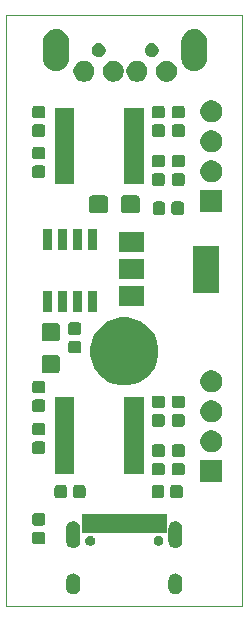
<source format=gbr>
G04 #@! TF.GenerationSoftware,KiCad,Pcbnew,(5.1.5)-3*
G04 #@! TF.CreationDate,2022-04-18T12:11:36+02:00*
G04 #@! TF.ProjectId,vkm,766b6d2e-6b69-4636-9164-5f7063625858,B*
G04 #@! TF.SameCoordinates,PX420a400PY707b2a8*
G04 #@! TF.FileFunction,Soldermask,Top*
G04 #@! TF.FilePolarity,Negative*
%FSLAX46Y46*%
G04 Gerber Fmt 4.6, Leading zero omitted, Abs format (unit mm)*
G04 Created by KiCad (PCBNEW (5.1.5)-3) date 2022-04-18 12:11:36*
%MOMM*%
%LPD*%
G04 APERTURE LIST*
%ADD10C,0.050000*%
%ADD11C,0.020000*%
G04 APERTURE END LIST*
D10*
X0Y0D02*
X20000000Y0D01*
X0Y50000000D02*
X0Y0D01*
X20000000Y50000000D02*
X0Y50000000D01*
X20000000Y0D02*
X20000000Y50000000D01*
D11*
G36*
X5795444Y2743879D02*
G01*
X5906452Y2710205D01*
X5906454Y2710204D01*
X6008754Y2655523D01*
X6008755Y2655522D01*
X6008757Y2655521D01*
X6098430Y2581930D01*
X6172021Y2492258D01*
X6172022Y2492256D01*
X6172023Y2492255D01*
X6226704Y2389955D01*
X6226705Y2389953D01*
X6260379Y2278945D01*
X6268900Y2192427D01*
X6268900Y1534573D01*
X6260379Y1448055D01*
X6226705Y1337047D01*
X6172021Y1234742D01*
X6098430Y1145070D01*
X6008758Y1071479D01*
X6008756Y1071478D01*
X6008755Y1071477D01*
X5906455Y1016796D01*
X5906453Y1016795D01*
X5795445Y983121D01*
X5680000Y971751D01*
X5564556Y983121D01*
X5453548Y1016795D01*
X5453546Y1016796D01*
X5351246Y1071477D01*
X5351245Y1071478D01*
X5351243Y1071479D01*
X5261571Y1145070D01*
X5187977Y1234745D01*
X5133296Y1337045D01*
X5099621Y1448055D01*
X5091100Y1534573D01*
X5091100Y2192426D01*
X5099621Y2278944D01*
X5133296Y2389954D01*
X5187977Y2492254D01*
X5187980Y2492258D01*
X5261570Y2581930D01*
X5351242Y2655521D01*
X5351244Y2655522D01*
X5351245Y2655523D01*
X5453545Y2710204D01*
X5453547Y2710205D01*
X5564555Y2743879D01*
X5680000Y2755249D01*
X5795444Y2743879D01*
G37*
G36*
X14435444Y2743879D02*
G01*
X14546452Y2710205D01*
X14546454Y2710204D01*
X14648754Y2655523D01*
X14648755Y2655522D01*
X14648757Y2655521D01*
X14738430Y2581930D01*
X14812021Y2492258D01*
X14812022Y2492256D01*
X14812023Y2492255D01*
X14866704Y2389955D01*
X14866705Y2389953D01*
X14900379Y2278945D01*
X14908900Y2192427D01*
X14908900Y1534573D01*
X14900379Y1448055D01*
X14866705Y1337047D01*
X14812021Y1234742D01*
X14738430Y1145070D01*
X14648758Y1071479D01*
X14648756Y1071478D01*
X14648755Y1071477D01*
X14546455Y1016796D01*
X14546453Y1016795D01*
X14435445Y983121D01*
X14320000Y971751D01*
X14204556Y983121D01*
X14093548Y1016795D01*
X14093546Y1016796D01*
X13991246Y1071477D01*
X13991245Y1071478D01*
X13991243Y1071479D01*
X13901571Y1145070D01*
X13827977Y1234745D01*
X13773296Y1337045D01*
X13739621Y1448055D01*
X13731100Y1534573D01*
X13731100Y2192426D01*
X13739621Y2278944D01*
X13773296Y2389954D01*
X13827977Y2492254D01*
X13827980Y2492258D01*
X13901570Y2581930D01*
X13991242Y2655521D01*
X13991244Y2655522D01*
X13991245Y2655523D01*
X14093545Y2710204D01*
X14093547Y2710205D01*
X14204555Y2743879D01*
X14320000Y2755249D01*
X14435444Y2743879D01*
G37*
G36*
X14435444Y7173879D02*
G01*
X14546452Y7140205D01*
X14546454Y7140204D01*
X14648754Y7085523D01*
X14648755Y7085522D01*
X14648757Y7085521D01*
X14738430Y7011930D01*
X14812021Y6922258D01*
X14812022Y6922256D01*
X14812023Y6922255D01*
X14832370Y6884189D01*
X14866705Y6819953D01*
X14900379Y6708945D01*
X14908900Y6622427D01*
X14908900Y5464573D01*
X14900379Y5378055D01*
X14866705Y5267047D01*
X14812021Y5164742D01*
X14738430Y5075070D01*
X14648758Y5001479D01*
X14648756Y5001478D01*
X14648755Y5001477D01*
X14546455Y4946796D01*
X14546453Y4946795D01*
X14435445Y4913121D01*
X14320000Y4901751D01*
X14204556Y4913121D01*
X14093548Y4946795D01*
X14093546Y4946796D01*
X13991246Y5001477D01*
X13991245Y5001478D01*
X13991243Y5001479D01*
X13901571Y5075070D01*
X13827980Y5164742D01*
X13773296Y5267047D01*
X13739622Y5378055D01*
X13731101Y5464573D01*
X13731100Y6622426D01*
X13739621Y6708944D01*
X13773295Y6819952D01*
X13827979Y6922257D01*
X13901570Y7011930D01*
X13991242Y7085521D01*
X13991244Y7085522D01*
X13991245Y7085523D01*
X14093545Y7140204D01*
X14093547Y7140205D01*
X14204555Y7173879D01*
X14320000Y7185249D01*
X14435444Y7173879D01*
G37*
G36*
X5795444Y7173879D02*
G01*
X5906452Y7140205D01*
X5906454Y7140204D01*
X6008754Y7085523D01*
X6008755Y7085522D01*
X6008757Y7085521D01*
X6098430Y7011930D01*
X6172021Y6922258D01*
X6172022Y6922256D01*
X6172023Y6922255D01*
X6192370Y6884189D01*
X6226705Y6819953D01*
X6260379Y6708945D01*
X6268900Y6622427D01*
X6268900Y5464573D01*
X6260379Y5378055D01*
X6226705Y5267047D01*
X6172021Y5164742D01*
X6098430Y5075070D01*
X6008758Y5001479D01*
X6008756Y5001478D01*
X6008755Y5001477D01*
X5906455Y4946796D01*
X5906453Y4946795D01*
X5795445Y4913121D01*
X5680000Y4901751D01*
X5564556Y4913121D01*
X5453548Y4946795D01*
X5453546Y4946796D01*
X5351246Y5001477D01*
X5351245Y5001478D01*
X5351243Y5001479D01*
X5261571Y5075070D01*
X5187980Y5164742D01*
X5133296Y5267047D01*
X5099622Y5378055D01*
X5091101Y5464573D01*
X5091100Y6622426D01*
X5099621Y6708944D01*
X5133295Y6819952D01*
X5187979Y6922257D01*
X5261570Y7011930D01*
X5351242Y7085521D01*
X5351244Y7085522D01*
X5351245Y7085523D01*
X5453545Y7140204D01*
X5453547Y7140205D01*
X5564555Y7173879D01*
X5680000Y7185249D01*
X5795444Y7173879D01*
G37*
G36*
X7170620Y5923451D02*
G01*
X7230728Y5911495D01*
X7230731Y5911494D01*
X7230730Y5911494D01*
X7306055Y5880294D01*
X7306056Y5880293D01*
X7373848Y5834996D01*
X7431496Y5777348D01*
X7431497Y5777346D01*
X7476794Y5709555D01*
X7500926Y5651294D01*
X7507995Y5634228D01*
X7523900Y5554265D01*
X7523900Y5472735D01*
X7507995Y5392772D01*
X7507994Y5392770D01*
X7476794Y5317445D01*
X7476793Y5317444D01*
X7431496Y5249652D01*
X7373848Y5192004D01*
X7339721Y5169201D01*
X7306055Y5146706D01*
X7247794Y5122574D01*
X7230728Y5115505D01*
X7170620Y5103549D01*
X7150766Y5099600D01*
X7069234Y5099600D01*
X7049380Y5103549D01*
X6989272Y5115505D01*
X6972206Y5122574D01*
X6913945Y5146706D01*
X6880279Y5169201D01*
X6846152Y5192004D01*
X6788504Y5249652D01*
X6743207Y5317444D01*
X6743206Y5317445D01*
X6712006Y5392770D01*
X6712005Y5392772D01*
X6696100Y5472735D01*
X6696100Y5554265D01*
X6712005Y5634228D01*
X6719074Y5651294D01*
X6743206Y5709555D01*
X6788503Y5777346D01*
X6788504Y5777348D01*
X6846152Y5834996D01*
X6913944Y5880293D01*
X6913945Y5880294D01*
X6989270Y5911494D01*
X6989269Y5911494D01*
X6989272Y5911495D01*
X7049380Y5923451D01*
X7069234Y5927400D01*
X7150766Y5927400D01*
X7170620Y5923451D01*
G37*
G36*
X12950620Y5923451D02*
G01*
X13010728Y5911495D01*
X13010731Y5911494D01*
X13010730Y5911494D01*
X13086055Y5880294D01*
X13086056Y5880293D01*
X13153848Y5834996D01*
X13211496Y5777348D01*
X13211497Y5777346D01*
X13256794Y5709555D01*
X13280926Y5651294D01*
X13287995Y5634228D01*
X13303900Y5554265D01*
X13303900Y5472735D01*
X13287995Y5392772D01*
X13287994Y5392770D01*
X13256794Y5317445D01*
X13256793Y5317444D01*
X13211496Y5249652D01*
X13153848Y5192004D01*
X13119721Y5169201D01*
X13086055Y5146706D01*
X13027794Y5122574D01*
X13010728Y5115505D01*
X12950620Y5103549D01*
X12930766Y5099600D01*
X12849234Y5099600D01*
X12829380Y5103549D01*
X12769272Y5115505D01*
X12752206Y5122574D01*
X12693945Y5146706D01*
X12660279Y5169201D01*
X12626152Y5192004D01*
X12568504Y5249652D01*
X12523207Y5317444D01*
X12523206Y5317445D01*
X12492006Y5392770D01*
X12492005Y5392772D01*
X12476100Y5472735D01*
X12476100Y5554265D01*
X12492005Y5634228D01*
X12499074Y5651294D01*
X12523206Y5709555D01*
X12568503Y5777346D01*
X12568504Y5777348D01*
X12626152Y5834996D01*
X12693944Y5880293D01*
X12693945Y5880294D01*
X12769270Y5911494D01*
X12769269Y5911494D01*
X12769272Y5911495D01*
X12829380Y5923451D01*
X12849234Y5927400D01*
X12930766Y5927400D01*
X12950620Y5923451D01*
G37*
G36*
X3130895Y6280059D02*
G01*
X3176058Y6266358D01*
X3217684Y6244109D01*
X3254168Y6214168D01*
X3284109Y6177684D01*
X3306358Y6136058D01*
X3320059Y6090895D01*
X3324900Y6041741D01*
X3324900Y5475259D01*
X3320059Y5426105D01*
X3306358Y5380942D01*
X3284109Y5339316D01*
X3254168Y5302832D01*
X3217684Y5272891D01*
X3176058Y5250642D01*
X3130895Y5236941D01*
X3081741Y5232100D01*
X2440259Y5232100D01*
X2391105Y5236941D01*
X2345942Y5250642D01*
X2304316Y5272891D01*
X2267832Y5302832D01*
X2237891Y5339316D01*
X2215642Y5380942D01*
X2201941Y5426105D01*
X2197100Y5475259D01*
X2197100Y6041741D01*
X2201941Y6090895D01*
X2215642Y6136058D01*
X2237891Y6177684D01*
X2267832Y6214168D01*
X2304316Y6244109D01*
X2345942Y6266358D01*
X2391105Y6280059D01*
X2440259Y6284900D01*
X3081741Y6284900D01*
X3130895Y6280059D01*
G37*
G36*
X13613900Y6144600D02*
G01*
X6386100Y6144600D01*
X6386100Y7772400D01*
X13613900Y7772400D01*
X13613900Y6144600D01*
G37*
G36*
X3130895Y7855059D02*
G01*
X3176058Y7841358D01*
X3217684Y7819109D01*
X3254168Y7789168D01*
X3284109Y7752684D01*
X3306358Y7711058D01*
X3320059Y7665895D01*
X3324900Y7616741D01*
X3324900Y7050259D01*
X3320059Y7001105D01*
X3306358Y6955942D01*
X3284109Y6914316D01*
X3254168Y6877832D01*
X3217684Y6847891D01*
X3176058Y6825642D01*
X3130895Y6811941D01*
X3081741Y6807100D01*
X2440259Y6807100D01*
X2391105Y6811941D01*
X2345942Y6825642D01*
X2304316Y6847891D01*
X2267832Y6877832D01*
X2237891Y6914316D01*
X2215642Y6955942D01*
X2201941Y7001105D01*
X2197100Y7050259D01*
X2197100Y7616741D01*
X2201941Y7665895D01*
X2215642Y7711058D01*
X2237891Y7752684D01*
X2267832Y7789168D01*
X2304316Y7819109D01*
X2345942Y7841358D01*
X2391105Y7855059D01*
X2440259Y7859900D01*
X3081741Y7859900D01*
X3130895Y7855059D01*
G37*
G36*
X13165895Y10236559D02*
G01*
X13211058Y10222858D01*
X13252684Y10200609D01*
X13289168Y10170668D01*
X13319109Y10134184D01*
X13341358Y10092558D01*
X13355059Y10047395D01*
X13359900Y9998241D01*
X13359900Y9356759D01*
X13355059Y9307605D01*
X13341358Y9262442D01*
X13319109Y9220816D01*
X13289168Y9184332D01*
X13252684Y9154391D01*
X13211058Y9132142D01*
X13165895Y9118441D01*
X13116741Y9113600D01*
X12550259Y9113600D01*
X12501105Y9118441D01*
X12455942Y9132142D01*
X12414316Y9154391D01*
X12377832Y9184332D01*
X12347891Y9220816D01*
X12325642Y9262442D01*
X12311941Y9307605D01*
X12307100Y9356759D01*
X12307100Y9998241D01*
X12311941Y10047395D01*
X12325642Y10092558D01*
X12347891Y10134184D01*
X12377832Y10170668D01*
X12414316Y10200609D01*
X12455942Y10222858D01*
X12501105Y10236559D01*
X12550259Y10241400D01*
X13116741Y10241400D01*
X13165895Y10236559D01*
G37*
G36*
X4945895Y10236559D02*
G01*
X4991058Y10222858D01*
X5032684Y10200609D01*
X5069168Y10170668D01*
X5099109Y10134184D01*
X5121358Y10092558D01*
X5135059Y10047395D01*
X5139900Y9998241D01*
X5139900Y9356759D01*
X5135059Y9307605D01*
X5121358Y9262442D01*
X5099109Y9220816D01*
X5069168Y9184332D01*
X5032684Y9154391D01*
X4991058Y9132142D01*
X4945895Y9118441D01*
X4896741Y9113600D01*
X4330259Y9113600D01*
X4281105Y9118441D01*
X4235942Y9132142D01*
X4194316Y9154391D01*
X4157832Y9184332D01*
X4127891Y9220816D01*
X4105642Y9262442D01*
X4091941Y9307605D01*
X4087100Y9356759D01*
X4087100Y9998241D01*
X4091941Y10047395D01*
X4105642Y10092558D01*
X4127891Y10134184D01*
X4157832Y10170668D01*
X4194316Y10200609D01*
X4235942Y10222858D01*
X4281105Y10236559D01*
X4330259Y10241400D01*
X4896741Y10241400D01*
X4945895Y10236559D01*
G37*
G36*
X6520895Y10236559D02*
G01*
X6566058Y10222858D01*
X6607684Y10200609D01*
X6644168Y10170668D01*
X6674109Y10134184D01*
X6696358Y10092558D01*
X6710059Y10047395D01*
X6714900Y9998241D01*
X6714900Y9356759D01*
X6710059Y9307605D01*
X6696358Y9262442D01*
X6674109Y9220816D01*
X6644168Y9184332D01*
X6607684Y9154391D01*
X6566058Y9132142D01*
X6520895Y9118441D01*
X6471741Y9113600D01*
X5905259Y9113600D01*
X5856105Y9118441D01*
X5810942Y9132142D01*
X5769316Y9154391D01*
X5732832Y9184332D01*
X5702891Y9220816D01*
X5680642Y9262442D01*
X5666941Y9307605D01*
X5662100Y9356759D01*
X5662100Y9998241D01*
X5666941Y10047395D01*
X5680642Y10092558D01*
X5702891Y10134184D01*
X5732832Y10170668D01*
X5769316Y10200609D01*
X5810942Y10222858D01*
X5856105Y10236559D01*
X5905259Y10241400D01*
X6471741Y10241400D01*
X6520895Y10236559D01*
G37*
G36*
X14740895Y10236559D02*
G01*
X14786058Y10222858D01*
X14827684Y10200609D01*
X14864168Y10170668D01*
X14894109Y10134184D01*
X14916358Y10092558D01*
X14930059Y10047395D01*
X14934900Y9998241D01*
X14934900Y9356759D01*
X14930059Y9307605D01*
X14916358Y9262442D01*
X14894109Y9220816D01*
X14864168Y9184332D01*
X14827684Y9154391D01*
X14786058Y9132142D01*
X14740895Y9118441D01*
X14691741Y9113600D01*
X14125259Y9113600D01*
X14076105Y9118441D01*
X14030942Y9132142D01*
X13989316Y9154391D01*
X13952832Y9184332D01*
X13922891Y9220816D01*
X13900642Y9262442D01*
X13886941Y9307605D01*
X13882100Y9356759D01*
X13882100Y9998241D01*
X13886941Y10047395D01*
X13900642Y10092558D01*
X13922891Y10134184D01*
X13952832Y10170668D01*
X13989316Y10200609D01*
X14030942Y10222858D01*
X14076105Y10236559D01*
X14125259Y10241400D01*
X14691741Y10241400D01*
X14740895Y10236559D01*
G37*
G36*
X18304900Y10453100D02*
G01*
X16427100Y10453100D01*
X16427100Y12330900D01*
X18304900Y12330900D01*
X18304900Y10453100D01*
G37*
G36*
X14940895Y12093059D02*
G01*
X14986058Y12079358D01*
X15027684Y12057109D01*
X15064168Y12027168D01*
X15094109Y11990684D01*
X15116358Y11949058D01*
X15130059Y11903895D01*
X15134900Y11854741D01*
X15134900Y11288259D01*
X15130059Y11239105D01*
X15116358Y11193942D01*
X15094109Y11152316D01*
X15064168Y11115832D01*
X15027684Y11085891D01*
X14986058Y11063642D01*
X14940895Y11049941D01*
X14891741Y11045100D01*
X14250259Y11045100D01*
X14201105Y11049941D01*
X14155942Y11063642D01*
X14114316Y11085891D01*
X14077832Y11115832D01*
X14047891Y11152316D01*
X14025642Y11193942D01*
X14011941Y11239105D01*
X14007100Y11288259D01*
X14007100Y11854741D01*
X14011941Y11903895D01*
X14025642Y11949058D01*
X14047891Y11990684D01*
X14077832Y12027168D01*
X14114316Y12057109D01*
X14155942Y12079358D01*
X14201105Y12093059D01*
X14250259Y12097900D01*
X14891741Y12097900D01*
X14940895Y12093059D01*
G37*
G36*
X13240895Y12093059D02*
G01*
X13286058Y12079358D01*
X13327684Y12057109D01*
X13364168Y12027168D01*
X13394109Y11990684D01*
X13416358Y11949058D01*
X13430059Y11903895D01*
X13434900Y11854741D01*
X13434900Y11288259D01*
X13430059Y11239105D01*
X13416358Y11193942D01*
X13394109Y11152316D01*
X13364168Y11115832D01*
X13327684Y11085891D01*
X13286058Y11063642D01*
X13240895Y11049941D01*
X13191741Y11045100D01*
X12550259Y11045100D01*
X12501105Y11049941D01*
X12455942Y11063642D01*
X12414316Y11085891D01*
X12377832Y11115832D01*
X12347891Y11152316D01*
X12325642Y11193942D01*
X12311941Y11239105D01*
X12307100Y11288259D01*
X12307100Y11854741D01*
X12311941Y11903895D01*
X12325642Y11949058D01*
X12347891Y11990684D01*
X12377832Y12027168D01*
X12414316Y12057109D01*
X12455942Y12079358D01*
X12501105Y12093059D01*
X12550259Y12097900D01*
X13191741Y12097900D01*
X13240895Y12093059D01*
G37*
G36*
X5734900Y11190100D02*
G01*
X4107100Y11190100D01*
X4107100Y17667900D01*
X5734900Y17667900D01*
X5734900Y11190100D01*
G37*
G36*
X11634900Y11190100D02*
G01*
X10007100Y11190100D01*
X10007100Y17667900D01*
X11634900Y17667900D01*
X11634900Y11190100D01*
G37*
G36*
X14940895Y13668059D02*
G01*
X14986058Y13654358D01*
X15027684Y13632109D01*
X15064168Y13602168D01*
X15094109Y13565684D01*
X15116358Y13524058D01*
X15130059Y13478895D01*
X15134900Y13429741D01*
X15134900Y12863259D01*
X15130059Y12814105D01*
X15116358Y12768942D01*
X15094109Y12727316D01*
X15064168Y12690832D01*
X15027684Y12660891D01*
X14986058Y12638642D01*
X14940895Y12624941D01*
X14891741Y12620100D01*
X14250259Y12620100D01*
X14201105Y12624941D01*
X14155942Y12638642D01*
X14114316Y12660891D01*
X14077832Y12690832D01*
X14047891Y12727316D01*
X14025642Y12768942D01*
X14011941Y12814105D01*
X14007100Y12863259D01*
X14007100Y13429741D01*
X14011941Y13478895D01*
X14025642Y13524058D01*
X14047891Y13565684D01*
X14077832Y13602168D01*
X14114316Y13632109D01*
X14155942Y13654358D01*
X14201105Y13668059D01*
X14250259Y13672900D01*
X14891741Y13672900D01*
X14940895Y13668059D01*
G37*
G36*
X13240895Y13668059D02*
G01*
X13286058Y13654358D01*
X13327684Y13632109D01*
X13364168Y13602168D01*
X13394109Y13565684D01*
X13416358Y13524058D01*
X13430059Y13478895D01*
X13434900Y13429741D01*
X13434900Y12863259D01*
X13430059Y12814105D01*
X13416358Y12768942D01*
X13394109Y12727316D01*
X13364168Y12690832D01*
X13327684Y12660891D01*
X13286058Y12638642D01*
X13240895Y12624941D01*
X13191741Y12620100D01*
X12550259Y12620100D01*
X12501105Y12624941D01*
X12455942Y12638642D01*
X12414316Y12660891D01*
X12377832Y12690832D01*
X12347891Y12727316D01*
X12325642Y12768942D01*
X12311941Y12814105D01*
X12307100Y12863259D01*
X12307100Y13429741D01*
X12311941Y13478895D01*
X12325642Y13524058D01*
X12347891Y13565684D01*
X12377832Y13602168D01*
X12414316Y13632109D01*
X12455942Y13654358D01*
X12501105Y13668059D01*
X12550259Y13672900D01*
X13191741Y13672900D01*
X13240895Y13668059D01*
G37*
G36*
X3130895Y13920059D02*
G01*
X3176058Y13906358D01*
X3217684Y13884109D01*
X3254168Y13854168D01*
X3284109Y13817684D01*
X3306358Y13776058D01*
X3320059Y13730895D01*
X3324900Y13681741D01*
X3324900Y13115259D01*
X3320059Y13066105D01*
X3306358Y13020942D01*
X3284109Y12979316D01*
X3254168Y12942832D01*
X3217684Y12912891D01*
X3176058Y12890642D01*
X3130895Y12876941D01*
X3081741Y12872100D01*
X2440259Y12872100D01*
X2391105Y12876941D01*
X2345942Y12890642D01*
X2304316Y12912891D01*
X2267832Y12942832D01*
X2237891Y12979316D01*
X2215642Y13020942D01*
X2201941Y13066105D01*
X2197100Y13115259D01*
X2197100Y13681741D01*
X2201941Y13730895D01*
X2215642Y13776058D01*
X2237891Y13817684D01*
X2267832Y13854168D01*
X2304316Y13884109D01*
X2345942Y13906358D01*
X2391105Y13920059D01*
X2440259Y13924900D01*
X3081741Y13924900D01*
X3130895Y13920059D01*
G37*
G36*
X17639867Y14834819D02*
G01*
X17810736Y14764042D01*
X17964514Y14661291D01*
X18095291Y14530514D01*
X18198042Y14376736D01*
X18268819Y14205867D01*
X18304900Y14024474D01*
X18304900Y13839526D01*
X18268819Y13658133D01*
X18198042Y13487264D01*
X18095291Y13333486D01*
X17964514Y13202709D01*
X17810736Y13099958D01*
X17639867Y13029181D01*
X17458474Y12993100D01*
X17273526Y12993100D01*
X17092133Y13029181D01*
X16921264Y13099958D01*
X16767486Y13202709D01*
X16636709Y13333486D01*
X16533958Y13487264D01*
X16463181Y13658133D01*
X16427100Y13839526D01*
X16427100Y14024474D01*
X16463181Y14205867D01*
X16533958Y14376736D01*
X16636709Y14530514D01*
X16767486Y14661291D01*
X16921264Y14764042D01*
X17092133Y14834819D01*
X17273526Y14870900D01*
X17458474Y14870900D01*
X17639867Y14834819D01*
G37*
G36*
X3130895Y15495059D02*
G01*
X3176058Y15481358D01*
X3217684Y15459109D01*
X3254168Y15429168D01*
X3284109Y15392684D01*
X3306358Y15351058D01*
X3320059Y15305895D01*
X3324900Y15256741D01*
X3324900Y14690259D01*
X3320059Y14641105D01*
X3306358Y14595942D01*
X3284109Y14554316D01*
X3254168Y14517832D01*
X3217684Y14487891D01*
X3176058Y14465642D01*
X3130895Y14451941D01*
X3081741Y14447100D01*
X2440259Y14447100D01*
X2391105Y14451941D01*
X2345942Y14465642D01*
X2304316Y14487891D01*
X2267832Y14517832D01*
X2237891Y14554316D01*
X2215642Y14595942D01*
X2201941Y14641105D01*
X2197100Y14690259D01*
X2197100Y15256741D01*
X2201941Y15305895D01*
X2215642Y15351058D01*
X2237891Y15392684D01*
X2267832Y15429168D01*
X2304316Y15459109D01*
X2345942Y15481358D01*
X2391105Y15495059D01*
X2440259Y15499900D01*
X3081741Y15499900D01*
X3130895Y15495059D01*
G37*
G36*
X14940895Y16233059D02*
G01*
X14986058Y16219358D01*
X15027684Y16197109D01*
X15064168Y16167168D01*
X15094109Y16130684D01*
X15116358Y16089058D01*
X15130059Y16043895D01*
X15134900Y15994741D01*
X15134900Y15428259D01*
X15130059Y15379105D01*
X15116358Y15333942D01*
X15094109Y15292316D01*
X15064168Y15255832D01*
X15027684Y15225891D01*
X14986058Y15203642D01*
X14940895Y15189941D01*
X14891741Y15185100D01*
X14250259Y15185100D01*
X14201105Y15189941D01*
X14155942Y15203642D01*
X14114316Y15225891D01*
X14077832Y15255832D01*
X14047891Y15292316D01*
X14025642Y15333942D01*
X14011941Y15379105D01*
X14007100Y15428259D01*
X14007100Y15994741D01*
X14011941Y16043895D01*
X14025642Y16089058D01*
X14047891Y16130684D01*
X14077832Y16167168D01*
X14114316Y16197109D01*
X14155942Y16219358D01*
X14201105Y16233059D01*
X14250259Y16237900D01*
X14891741Y16237900D01*
X14940895Y16233059D01*
G37*
G36*
X13240895Y16233059D02*
G01*
X13286058Y16219358D01*
X13327684Y16197109D01*
X13364168Y16167168D01*
X13394109Y16130684D01*
X13416358Y16089058D01*
X13430059Y16043895D01*
X13434900Y15994741D01*
X13434900Y15428259D01*
X13430059Y15379105D01*
X13416358Y15333942D01*
X13394109Y15292316D01*
X13364168Y15255832D01*
X13327684Y15225891D01*
X13286058Y15203642D01*
X13240895Y15189941D01*
X13191741Y15185100D01*
X12550259Y15185100D01*
X12501105Y15189941D01*
X12455942Y15203642D01*
X12414316Y15225891D01*
X12377832Y15255832D01*
X12347891Y15292316D01*
X12325642Y15333942D01*
X12311941Y15379105D01*
X12307100Y15428259D01*
X12307100Y15994741D01*
X12311941Y16043895D01*
X12325642Y16089058D01*
X12347891Y16130684D01*
X12377832Y16167168D01*
X12414316Y16197109D01*
X12455942Y16219358D01*
X12501105Y16233059D01*
X12550259Y16237900D01*
X13191741Y16237900D01*
X13240895Y16233059D01*
G37*
G36*
X17639867Y17374819D02*
G01*
X17810736Y17304042D01*
X17964514Y17201291D01*
X18095291Y17070514D01*
X18198042Y16916736D01*
X18268819Y16745867D01*
X18304900Y16564474D01*
X18304900Y16379526D01*
X18268819Y16198133D01*
X18198042Y16027264D01*
X18095291Y15873486D01*
X17964514Y15742709D01*
X17810736Y15639958D01*
X17639867Y15569181D01*
X17458474Y15533100D01*
X17273526Y15533100D01*
X17092133Y15569181D01*
X16921264Y15639958D01*
X16767486Y15742709D01*
X16636709Y15873486D01*
X16533958Y16027264D01*
X16463181Y16198133D01*
X16427100Y16379526D01*
X16427100Y16564474D01*
X16463181Y16745867D01*
X16533958Y16916736D01*
X16636709Y17070514D01*
X16767486Y17201291D01*
X16921264Y17304042D01*
X17092133Y17374819D01*
X17273526Y17410900D01*
X17458474Y17410900D01*
X17639867Y17374819D01*
G37*
G36*
X3130895Y17476059D02*
G01*
X3176058Y17462358D01*
X3217684Y17440109D01*
X3254168Y17410168D01*
X3284109Y17373684D01*
X3306358Y17332058D01*
X3320059Y17286895D01*
X3324900Y17237741D01*
X3324900Y16671259D01*
X3320059Y16622105D01*
X3306358Y16576942D01*
X3284109Y16535316D01*
X3254168Y16498832D01*
X3217684Y16468891D01*
X3176058Y16446642D01*
X3130895Y16432941D01*
X3081741Y16428100D01*
X2440259Y16428100D01*
X2391105Y16432941D01*
X2345942Y16446642D01*
X2304316Y16468891D01*
X2267832Y16498832D01*
X2237891Y16535316D01*
X2215642Y16576942D01*
X2201941Y16622105D01*
X2197100Y16671259D01*
X2197100Y17237741D01*
X2201941Y17286895D01*
X2215642Y17332058D01*
X2237891Y17373684D01*
X2267832Y17410168D01*
X2304316Y17440109D01*
X2345942Y17462358D01*
X2391105Y17476059D01*
X2440259Y17480900D01*
X3081741Y17480900D01*
X3130895Y17476059D01*
G37*
G36*
X14940895Y17808059D02*
G01*
X14986058Y17794358D01*
X15027684Y17772109D01*
X15064168Y17742168D01*
X15094109Y17705684D01*
X15116358Y17664058D01*
X15130059Y17618895D01*
X15134900Y17569741D01*
X15134900Y17003259D01*
X15130059Y16954105D01*
X15116358Y16908942D01*
X15094109Y16867316D01*
X15064168Y16830832D01*
X15027684Y16800891D01*
X14986058Y16778642D01*
X14940895Y16764941D01*
X14891741Y16760100D01*
X14250259Y16760100D01*
X14201105Y16764941D01*
X14155942Y16778642D01*
X14114316Y16800891D01*
X14077832Y16830832D01*
X14047891Y16867316D01*
X14025642Y16908942D01*
X14011941Y16954105D01*
X14007100Y17003259D01*
X14007100Y17569741D01*
X14011941Y17618895D01*
X14025642Y17664058D01*
X14047891Y17705684D01*
X14077832Y17742168D01*
X14114316Y17772109D01*
X14155942Y17794358D01*
X14201105Y17808059D01*
X14250259Y17812900D01*
X14891741Y17812900D01*
X14940895Y17808059D01*
G37*
G36*
X13240895Y17808059D02*
G01*
X13286058Y17794358D01*
X13327684Y17772109D01*
X13364168Y17742168D01*
X13394109Y17705684D01*
X13416358Y17664058D01*
X13430059Y17618895D01*
X13434900Y17569741D01*
X13434900Y17003259D01*
X13430059Y16954105D01*
X13416358Y16908942D01*
X13394109Y16867316D01*
X13364168Y16830832D01*
X13327684Y16800891D01*
X13286058Y16778642D01*
X13240895Y16764941D01*
X13191741Y16760100D01*
X12550259Y16760100D01*
X12501105Y16764941D01*
X12455942Y16778642D01*
X12414316Y16800891D01*
X12377832Y16830832D01*
X12347891Y16867316D01*
X12325642Y16908942D01*
X12311941Y16954105D01*
X12307100Y17003259D01*
X12307100Y17569741D01*
X12311941Y17618895D01*
X12325642Y17664058D01*
X12347891Y17705684D01*
X12377832Y17742168D01*
X12414316Y17772109D01*
X12455942Y17794358D01*
X12501105Y17808059D01*
X12550259Y17812900D01*
X13191741Y17812900D01*
X13240895Y17808059D01*
G37*
G36*
X3130895Y19051059D02*
G01*
X3176058Y19037358D01*
X3217684Y19015109D01*
X3254168Y18985168D01*
X3284109Y18948684D01*
X3306358Y18907058D01*
X3320059Y18861895D01*
X3324900Y18812741D01*
X3324900Y18246259D01*
X3320059Y18197105D01*
X3306358Y18151942D01*
X3284109Y18110316D01*
X3254168Y18073832D01*
X3217684Y18043891D01*
X3176058Y18021642D01*
X3130895Y18007941D01*
X3081741Y18003100D01*
X2440259Y18003100D01*
X2391105Y18007941D01*
X2345942Y18021642D01*
X2304316Y18043891D01*
X2267832Y18073832D01*
X2237891Y18110316D01*
X2215642Y18151942D01*
X2201941Y18197105D01*
X2197100Y18246259D01*
X2197100Y18812741D01*
X2201941Y18861895D01*
X2215642Y18907058D01*
X2237891Y18948684D01*
X2267832Y18985168D01*
X2304316Y19015109D01*
X2345942Y19037358D01*
X2391105Y19051059D01*
X2440259Y19055900D01*
X3081741Y19055900D01*
X3130895Y19051059D01*
G37*
G36*
X17639867Y19914819D02*
G01*
X17810736Y19844042D01*
X17964514Y19741291D01*
X18095291Y19610514D01*
X18198042Y19456736D01*
X18268819Y19285867D01*
X18304900Y19104474D01*
X18304900Y18919526D01*
X18268819Y18738133D01*
X18198042Y18567264D01*
X18095291Y18413486D01*
X17964514Y18282709D01*
X17810736Y18179958D01*
X17639867Y18109181D01*
X17458474Y18073100D01*
X17273526Y18073100D01*
X17092133Y18109181D01*
X16921264Y18179958D01*
X16767486Y18282709D01*
X16636709Y18413486D01*
X16533958Y18567264D01*
X16463181Y18738133D01*
X16427100Y18919526D01*
X16427100Y19104474D01*
X16463181Y19285867D01*
X16533958Y19456736D01*
X16636709Y19610514D01*
X16767486Y19741291D01*
X16921264Y19844042D01*
X17092133Y19914819D01*
X17273526Y19950900D01*
X17458474Y19950900D01*
X17639867Y19914819D01*
G37*
G36*
X10842661Y24329881D02*
G01*
X11368407Y24112110D01*
X11694715Y23894078D01*
X11841569Y23795953D01*
X12243953Y23393569D01*
X12243955Y23393566D01*
X12560110Y22920407D01*
X12777881Y22394661D01*
X12888900Y21836532D01*
X12888900Y21267468D01*
X12777881Y20709339D01*
X12560110Y20183593D01*
X12336249Y19848562D01*
X12243953Y19710431D01*
X11841569Y19308047D01*
X11841566Y19308045D01*
X11368407Y18991890D01*
X10842661Y18774119D01*
X10284532Y18663100D01*
X9715468Y18663100D01*
X9157339Y18774119D01*
X8631593Y18991890D01*
X8158434Y19308045D01*
X8158431Y19308047D01*
X7756047Y19710431D01*
X7663751Y19848562D01*
X7439890Y20183593D01*
X7222119Y20709339D01*
X7111100Y21267468D01*
X7111100Y21836532D01*
X7222119Y22394661D01*
X7439890Y22920407D01*
X7756045Y23393566D01*
X7756047Y23393569D01*
X8158431Y23795953D01*
X8305285Y23894078D01*
X8631593Y24112110D01*
X9157339Y24329881D01*
X9715468Y24440900D01*
X10284532Y24440900D01*
X10842661Y24329881D01*
G37*
G36*
X4312156Y21263790D02*
G01*
X4359938Y21249295D01*
X4403982Y21225754D01*
X4442578Y21194078D01*
X4474254Y21155482D01*
X4497795Y21111438D01*
X4512290Y21063656D01*
X4517400Y21011777D01*
X4517400Y19948223D01*
X4512290Y19896344D01*
X4497795Y19848562D01*
X4474254Y19804518D01*
X4442578Y19765922D01*
X4403982Y19734246D01*
X4359938Y19710705D01*
X4312156Y19696210D01*
X4260277Y19691100D01*
X3246723Y19691100D01*
X3194844Y19696210D01*
X3147062Y19710705D01*
X3103018Y19734246D01*
X3064422Y19765922D01*
X3032746Y19804518D01*
X3009205Y19848562D01*
X2994710Y19896344D01*
X2989600Y19948223D01*
X2989600Y21011777D01*
X2994710Y21063656D01*
X3009205Y21111438D01*
X3032746Y21155482D01*
X3064422Y21194078D01*
X3103018Y21225754D01*
X3147062Y21249295D01*
X3194844Y21263790D01*
X3246723Y21268900D01*
X4260277Y21268900D01*
X4312156Y21263790D01*
G37*
G36*
X6178895Y22429059D02*
G01*
X6224058Y22415358D01*
X6265684Y22393109D01*
X6302168Y22363168D01*
X6332109Y22326684D01*
X6354358Y22285058D01*
X6368059Y22239895D01*
X6372900Y22190741D01*
X6372900Y21624259D01*
X6368059Y21575105D01*
X6354358Y21529942D01*
X6332109Y21488316D01*
X6302168Y21451832D01*
X6265684Y21421891D01*
X6224058Y21399642D01*
X6178895Y21385941D01*
X6129741Y21381100D01*
X5488259Y21381100D01*
X5439105Y21385941D01*
X5393942Y21399642D01*
X5352316Y21421891D01*
X5315832Y21451832D01*
X5285891Y21488316D01*
X5263642Y21529942D01*
X5249941Y21575105D01*
X5245100Y21624259D01*
X5245100Y22190741D01*
X5249941Y22239895D01*
X5263642Y22285058D01*
X5285891Y22326684D01*
X5315832Y22363168D01*
X5352316Y22393109D01*
X5393942Y22415358D01*
X5439105Y22429059D01*
X5488259Y22433900D01*
X6129741Y22433900D01*
X6178895Y22429059D01*
G37*
G36*
X4312156Y23963790D02*
G01*
X4359938Y23949295D01*
X4403982Y23925754D01*
X4442578Y23894078D01*
X4474254Y23855482D01*
X4497795Y23811438D01*
X4512290Y23763656D01*
X4517400Y23711777D01*
X4517400Y22648223D01*
X4512290Y22596344D01*
X4497795Y22548562D01*
X4474254Y22504518D01*
X4442578Y22465922D01*
X4403982Y22434246D01*
X4359938Y22410705D01*
X4312156Y22396210D01*
X4260277Y22391100D01*
X3246723Y22391100D01*
X3194844Y22396210D01*
X3147062Y22410705D01*
X3103018Y22434246D01*
X3064422Y22465922D01*
X3032746Y22504518D01*
X3009205Y22548562D01*
X2994710Y22596344D01*
X2989600Y22648223D01*
X2989600Y23711777D01*
X2994710Y23763656D01*
X3009205Y23811438D01*
X3032746Y23855482D01*
X3064422Y23894078D01*
X3103018Y23925754D01*
X3147062Y23949295D01*
X3194844Y23963790D01*
X3246723Y23968900D01*
X4260277Y23968900D01*
X4312156Y23963790D01*
G37*
G36*
X6178895Y24004059D02*
G01*
X6224058Y23990358D01*
X6265684Y23968109D01*
X6302168Y23938168D01*
X6332109Y23901684D01*
X6354358Y23860058D01*
X6368059Y23814895D01*
X6372900Y23765741D01*
X6372900Y23199259D01*
X6368059Y23150105D01*
X6354358Y23104942D01*
X6332109Y23063316D01*
X6302168Y23026832D01*
X6265684Y22996891D01*
X6224058Y22974642D01*
X6178895Y22960941D01*
X6129741Y22956100D01*
X5488259Y22956100D01*
X5439105Y22960941D01*
X5393942Y22974642D01*
X5352316Y22996891D01*
X5315832Y23026832D01*
X5285891Y23063316D01*
X5263642Y23104942D01*
X5249941Y23150105D01*
X5245100Y23199259D01*
X5245100Y23765741D01*
X5249941Y23814895D01*
X5263642Y23860058D01*
X5285891Y23901684D01*
X5315832Y23938168D01*
X5352316Y23968109D01*
X5393942Y23990358D01*
X5439105Y24004059D01*
X5488259Y24008900D01*
X6129741Y24008900D01*
X6178895Y24004059D01*
G37*
G36*
X7558733Y26695380D02*
G01*
X7591003Y26685591D01*
X7620736Y26669699D01*
X7646805Y26648305D01*
X7668199Y26622236D01*
X7684091Y26592503D01*
X7693880Y26560233D01*
X7697400Y26524492D01*
X7697400Y25045508D01*
X7693880Y25009767D01*
X7684091Y24977497D01*
X7668199Y24947764D01*
X7646805Y24921695D01*
X7620736Y24900301D01*
X7591003Y24884409D01*
X7558733Y24874620D01*
X7522992Y24871100D01*
X7094008Y24871100D01*
X7058267Y24874620D01*
X7025997Y24884409D01*
X6996264Y24900301D01*
X6970195Y24921695D01*
X6948801Y24947764D01*
X6932909Y24977497D01*
X6923120Y25009767D01*
X6919600Y25045508D01*
X6919600Y26524492D01*
X6923120Y26560233D01*
X6932909Y26592503D01*
X6948801Y26622236D01*
X6970195Y26648305D01*
X6996264Y26669699D01*
X7025997Y26685591D01*
X7058267Y26695380D01*
X7094008Y26698900D01*
X7522992Y26698900D01*
X7558733Y26695380D01*
G37*
G36*
X3748733Y26695380D02*
G01*
X3781003Y26685591D01*
X3810736Y26669699D01*
X3836805Y26648305D01*
X3858199Y26622236D01*
X3874091Y26592503D01*
X3883880Y26560233D01*
X3887400Y26524492D01*
X3887400Y25045508D01*
X3883880Y25009767D01*
X3874091Y24977497D01*
X3858199Y24947764D01*
X3836805Y24921695D01*
X3810736Y24900301D01*
X3781003Y24884409D01*
X3748733Y24874620D01*
X3712992Y24871100D01*
X3284008Y24871100D01*
X3248267Y24874620D01*
X3215997Y24884409D01*
X3186264Y24900301D01*
X3160195Y24921695D01*
X3138801Y24947764D01*
X3122909Y24977497D01*
X3113120Y25009767D01*
X3109600Y25045508D01*
X3109600Y26524492D01*
X3113120Y26560233D01*
X3122909Y26592503D01*
X3138801Y26622236D01*
X3160195Y26648305D01*
X3186264Y26669699D01*
X3215997Y26685591D01*
X3248267Y26695380D01*
X3284008Y26698900D01*
X3712992Y26698900D01*
X3748733Y26695380D01*
G37*
G36*
X6288733Y26695380D02*
G01*
X6321003Y26685591D01*
X6350736Y26669699D01*
X6376805Y26648305D01*
X6398199Y26622236D01*
X6414091Y26592503D01*
X6423880Y26560233D01*
X6427400Y26524492D01*
X6427400Y25045508D01*
X6423880Y25009767D01*
X6414091Y24977497D01*
X6398199Y24947764D01*
X6376805Y24921695D01*
X6350736Y24900301D01*
X6321003Y24884409D01*
X6288733Y24874620D01*
X6252992Y24871100D01*
X5824008Y24871100D01*
X5788267Y24874620D01*
X5755997Y24884409D01*
X5726264Y24900301D01*
X5700195Y24921695D01*
X5678801Y24947764D01*
X5662909Y24977497D01*
X5653120Y25009767D01*
X5649600Y25045508D01*
X5649600Y26524492D01*
X5653120Y26560233D01*
X5662909Y26592503D01*
X5678801Y26622236D01*
X5700195Y26648305D01*
X5726264Y26669699D01*
X5755997Y26685591D01*
X5788267Y26695380D01*
X5824008Y26698900D01*
X6252992Y26698900D01*
X6288733Y26695380D01*
G37*
G36*
X5018733Y26695380D02*
G01*
X5051003Y26685591D01*
X5080736Y26669699D01*
X5106805Y26648305D01*
X5128199Y26622236D01*
X5144091Y26592503D01*
X5153880Y26560233D01*
X5157400Y26524492D01*
X5157400Y25045508D01*
X5153880Y25009767D01*
X5144091Y24977497D01*
X5128199Y24947764D01*
X5106805Y24921695D01*
X5080736Y24900301D01*
X5051003Y24884409D01*
X5018733Y24874620D01*
X4982992Y24871100D01*
X4554008Y24871100D01*
X4518267Y24874620D01*
X4485997Y24884409D01*
X4456264Y24900301D01*
X4430195Y24921695D01*
X4408801Y24947764D01*
X4392909Y24977497D01*
X4383120Y25009767D01*
X4379600Y25045508D01*
X4379600Y26524492D01*
X4383120Y26560233D01*
X4392909Y26592503D01*
X4408801Y26622236D01*
X4430195Y26648305D01*
X4456264Y26669699D01*
X4485997Y26685591D01*
X4518267Y26695380D01*
X4554008Y26698900D01*
X4982992Y26698900D01*
X5018733Y26695380D01*
G37*
G36*
X11688900Y25371100D02*
G01*
X9511100Y25371100D01*
X9511100Y27048900D01*
X11688900Y27048900D01*
X11688900Y25371100D01*
G37*
G36*
X17988900Y26521100D02*
G01*
X15811100Y26521100D01*
X15811100Y30498900D01*
X17988900Y30498900D01*
X17988900Y26521100D01*
G37*
G36*
X11688900Y27671100D02*
G01*
X9511100Y27671100D01*
X9511100Y29348900D01*
X11688900Y29348900D01*
X11688900Y27671100D01*
G37*
G36*
X11688900Y29971100D02*
G01*
X9511100Y29971100D01*
X9511100Y31648900D01*
X11688900Y31648900D01*
X11688900Y29971100D01*
G37*
G36*
X7558733Y31945380D02*
G01*
X7591003Y31935591D01*
X7620736Y31919699D01*
X7646805Y31898305D01*
X7668199Y31872236D01*
X7684091Y31842503D01*
X7693880Y31810233D01*
X7697400Y31774492D01*
X7697400Y30295508D01*
X7693880Y30259767D01*
X7684091Y30227497D01*
X7668199Y30197764D01*
X7646805Y30171695D01*
X7620736Y30150301D01*
X7591003Y30134409D01*
X7558733Y30124620D01*
X7522992Y30121100D01*
X7094008Y30121100D01*
X7058267Y30124620D01*
X7025997Y30134409D01*
X6996264Y30150301D01*
X6970195Y30171695D01*
X6948801Y30197764D01*
X6932909Y30227497D01*
X6923120Y30259767D01*
X6919600Y30295508D01*
X6919600Y31774492D01*
X6923120Y31810233D01*
X6932909Y31842503D01*
X6948801Y31872236D01*
X6970195Y31898305D01*
X6996264Y31919699D01*
X7025997Y31935591D01*
X7058267Y31945380D01*
X7094008Y31948900D01*
X7522992Y31948900D01*
X7558733Y31945380D01*
G37*
G36*
X3748733Y31945380D02*
G01*
X3781003Y31935591D01*
X3810736Y31919699D01*
X3836805Y31898305D01*
X3858199Y31872236D01*
X3874091Y31842503D01*
X3883880Y31810233D01*
X3887400Y31774492D01*
X3887400Y30295508D01*
X3883880Y30259767D01*
X3874091Y30227497D01*
X3858199Y30197764D01*
X3836805Y30171695D01*
X3810736Y30150301D01*
X3781003Y30134409D01*
X3748733Y30124620D01*
X3712992Y30121100D01*
X3284008Y30121100D01*
X3248267Y30124620D01*
X3215997Y30134409D01*
X3186264Y30150301D01*
X3160195Y30171695D01*
X3138801Y30197764D01*
X3122909Y30227497D01*
X3113120Y30259767D01*
X3109600Y30295508D01*
X3109600Y31774492D01*
X3113120Y31810233D01*
X3122909Y31842503D01*
X3138801Y31872236D01*
X3160195Y31898305D01*
X3186264Y31919699D01*
X3215997Y31935591D01*
X3248267Y31945380D01*
X3284008Y31948900D01*
X3712992Y31948900D01*
X3748733Y31945380D01*
G37*
G36*
X5018733Y31945380D02*
G01*
X5051003Y31935591D01*
X5080736Y31919699D01*
X5106805Y31898305D01*
X5128199Y31872236D01*
X5144091Y31842503D01*
X5153880Y31810233D01*
X5157400Y31774492D01*
X5157400Y30295508D01*
X5153880Y30259767D01*
X5144091Y30227497D01*
X5128199Y30197764D01*
X5106805Y30171695D01*
X5080736Y30150301D01*
X5051003Y30134409D01*
X5018733Y30124620D01*
X4982992Y30121100D01*
X4554008Y30121100D01*
X4518267Y30124620D01*
X4485997Y30134409D01*
X4456264Y30150301D01*
X4430195Y30171695D01*
X4408801Y30197764D01*
X4392909Y30227497D01*
X4383120Y30259767D01*
X4379600Y30295508D01*
X4379600Y31774492D01*
X4383120Y31810233D01*
X4392909Y31842503D01*
X4408801Y31872236D01*
X4430195Y31898305D01*
X4456264Y31919699D01*
X4485997Y31935591D01*
X4518267Y31945380D01*
X4554008Y31948900D01*
X4982992Y31948900D01*
X5018733Y31945380D01*
G37*
G36*
X6288733Y31945380D02*
G01*
X6321003Y31935591D01*
X6350736Y31919699D01*
X6376805Y31898305D01*
X6398199Y31872236D01*
X6414091Y31842503D01*
X6423880Y31810233D01*
X6427400Y31774492D01*
X6427400Y30295508D01*
X6423880Y30259767D01*
X6414091Y30227497D01*
X6398199Y30197764D01*
X6376805Y30171695D01*
X6350736Y30150301D01*
X6321003Y30134409D01*
X6288733Y30124620D01*
X6252992Y30121100D01*
X5824008Y30121100D01*
X5788267Y30124620D01*
X5755997Y30134409D01*
X5726264Y30150301D01*
X5700195Y30171695D01*
X5678801Y30197764D01*
X5662909Y30227497D01*
X5653120Y30259767D01*
X5649600Y30295508D01*
X5649600Y31774492D01*
X5653120Y31810233D01*
X5662909Y31842503D01*
X5678801Y31872236D01*
X5700195Y31898305D01*
X5726264Y31919699D01*
X5755997Y31935591D01*
X5788267Y31945380D01*
X5824008Y31948900D01*
X6252992Y31948900D01*
X6288733Y31945380D01*
G37*
G36*
X13265895Y34237059D02*
G01*
X13311058Y34223358D01*
X13352684Y34201109D01*
X13389168Y34171168D01*
X13419109Y34134684D01*
X13441358Y34093058D01*
X13455059Y34047895D01*
X13459900Y33998741D01*
X13459900Y33357259D01*
X13455059Y33308105D01*
X13441358Y33262942D01*
X13419109Y33221316D01*
X13389168Y33184832D01*
X13352684Y33154891D01*
X13311058Y33132642D01*
X13265895Y33118941D01*
X13216741Y33114100D01*
X12650259Y33114100D01*
X12601105Y33118941D01*
X12555942Y33132642D01*
X12514316Y33154891D01*
X12477832Y33184832D01*
X12447891Y33221316D01*
X12425642Y33262942D01*
X12411941Y33308105D01*
X12407100Y33357259D01*
X12407100Y33998741D01*
X12411941Y34047895D01*
X12425642Y34093058D01*
X12447891Y34134684D01*
X12477832Y34171168D01*
X12514316Y34201109D01*
X12555942Y34223358D01*
X12601105Y34237059D01*
X12650259Y34241900D01*
X13216741Y34241900D01*
X13265895Y34237059D01*
G37*
G36*
X14840895Y34237059D02*
G01*
X14886058Y34223358D01*
X14927684Y34201109D01*
X14964168Y34171168D01*
X14994109Y34134684D01*
X15016358Y34093058D01*
X15030059Y34047895D01*
X15034900Y33998741D01*
X15034900Y33357259D01*
X15030059Y33308105D01*
X15016358Y33262942D01*
X14994109Y33221316D01*
X14964168Y33184832D01*
X14927684Y33154891D01*
X14886058Y33132642D01*
X14840895Y33118941D01*
X14791741Y33114100D01*
X14225259Y33114100D01*
X14176105Y33118941D01*
X14130942Y33132642D01*
X14089316Y33154891D01*
X14052832Y33184832D01*
X14022891Y33221316D01*
X14000642Y33262942D01*
X13986941Y33308105D01*
X13982100Y33357259D01*
X13982100Y33998741D01*
X13986941Y34047895D01*
X14000642Y34093058D01*
X14022891Y34134684D01*
X14052832Y34171168D01*
X14089316Y34201109D01*
X14130942Y34223358D01*
X14176105Y34237059D01*
X14225259Y34241900D01*
X14791741Y34241900D01*
X14840895Y34237059D01*
G37*
G36*
X8391656Y34756790D02*
G01*
X8439438Y34742295D01*
X8483482Y34718754D01*
X8522078Y34687078D01*
X8553754Y34648482D01*
X8577295Y34604438D01*
X8591790Y34556656D01*
X8596900Y34504777D01*
X8596900Y33491223D01*
X8591790Y33439344D01*
X8577295Y33391562D01*
X8553754Y33347518D01*
X8522078Y33308922D01*
X8483482Y33277246D01*
X8439438Y33253705D01*
X8391656Y33239210D01*
X8339777Y33234100D01*
X7276223Y33234100D01*
X7224344Y33239210D01*
X7176562Y33253705D01*
X7132518Y33277246D01*
X7093922Y33308922D01*
X7062246Y33347518D01*
X7038705Y33391562D01*
X7024210Y33439344D01*
X7019100Y33491223D01*
X7019100Y34504777D01*
X7024210Y34556656D01*
X7038705Y34604438D01*
X7062246Y34648482D01*
X7093922Y34687078D01*
X7132518Y34718754D01*
X7176562Y34742295D01*
X7224344Y34756790D01*
X7276223Y34761900D01*
X8339777Y34761900D01*
X8391656Y34756790D01*
G37*
G36*
X11091656Y34756790D02*
G01*
X11139438Y34742295D01*
X11183482Y34718754D01*
X11222078Y34687078D01*
X11253754Y34648482D01*
X11277295Y34604438D01*
X11291790Y34556656D01*
X11296900Y34504777D01*
X11296900Y33491223D01*
X11291790Y33439344D01*
X11277295Y33391562D01*
X11253754Y33347518D01*
X11222078Y33308922D01*
X11183482Y33277246D01*
X11139438Y33253705D01*
X11091656Y33239210D01*
X11039777Y33234100D01*
X9976223Y33234100D01*
X9924344Y33239210D01*
X9876562Y33253705D01*
X9832518Y33277246D01*
X9793922Y33308922D01*
X9762246Y33347518D01*
X9738705Y33391562D01*
X9724210Y33439344D01*
X9719100Y33491223D01*
X9719100Y34504777D01*
X9724210Y34556656D01*
X9738705Y34604438D01*
X9762246Y34648482D01*
X9793922Y34687078D01*
X9832518Y34718754D01*
X9876562Y34742295D01*
X9924344Y34756790D01*
X9976223Y34761900D01*
X11039777Y34761900D01*
X11091656Y34756790D01*
G37*
G36*
X18304900Y33313100D02*
G01*
X16427100Y33313100D01*
X16427100Y35190900D01*
X18304900Y35190900D01*
X18304900Y33313100D01*
G37*
G36*
X14940895Y36623059D02*
G01*
X14986058Y36609358D01*
X15027684Y36587109D01*
X15064168Y36557168D01*
X15094109Y36520684D01*
X15116358Y36479058D01*
X15130059Y36433895D01*
X15134900Y36384741D01*
X15134900Y35818259D01*
X15130059Y35769105D01*
X15116358Y35723942D01*
X15094109Y35682316D01*
X15064168Y35645832D01*
X15027684Y35615891D01*
X14986058Y35593642D01*
X14940895Y35579941D01*
X14891741Y35575100D01*
X14250259Y35575100D01*
X14201105Y35579941D01*
X14155942Y35593642D01*
X14114316Y35615891D01*
X14077832Y35645832D01*
X14047891Y35682316D01*
X14025642Y35723942D01*
X14011941Y35769105D01*
X14007100Y35818259D01*
X14007100Y36384741D01*
X14011941Y36433895D01*
X14025642Y36479058D01*
X14047891Y36520684D01*
X14077832Y36557168D01*
X14114316Y36587109D01*
X14155942Y36609358D01*
X14201105Y36623059D01*
X14250259Y36627900D01*
X14891741Y36627900D01*
X14940895Y36623059D01*
G37*
G36*
X13240895Y36623059D02*
G01*
X13286058Y36609358D01*
X13327684Y36587109D01*
X13364168Y36557168D01*
X13394109Y36520684D01*
X13416358Y36479058D01*
X13430059Y36433895D01*
X13434900Y36384741D01*
X13434900Y35818259D01*
X13430059Y35769105D01*
X13416358Y35723942D01*
X13394109Y35682316D01*
X13364168Y35645832D01*
X13327684Y35615891D01*
X13286058Y35593642D01*
X13240895Y35579941D01*
X13191741Y35575100D01*
X12550259Y35575100D01*
X12501105Y35579941D01*
X12455942Y35593642D01*
X12414316Y35615891D01*
X12377832Y35645832D01*
X12347891Y35682316D01*
X12325642Y35723942D01*
X12311941Y35769105D01*
X12307100Y35818259D01*
X12307100Y36384741D01*
X12311941Y36433895D01*
X12325642Y36479058D01*
X12347891Y36520684D01*
X12377832Y36557168D01*
X12414316Y36587109D01*
X12455942Y36609358D01*
X12501105Y36623059D01*
X12550259Y36627900D01*
X13191741Y36627900D01*
X13240895Y36623059D01*
G37*
G36*
X11634900Y35720100D02*
G01*
X10007100Y35720100D01*
X10007100Y42197900D01*
X11634900Y42197900D01*
X11634900Y35720100D01*
G37*
G36*
X5734900Y35720100D02*
G01*
X4107100Y35720100D01*
X4107100Y42197900D01*
X5734900Y42197900D01*
X5734900Y35720100D01*
G37*
G36*
X17639867Y37694819D02*
G01*
X17810736Y37624042D01*
X17964514Y37521291D01*
X18095291Y37390514D01*
X18198042Y37236736D01*
X18268819Y37065867D01*
X18304900Y36884474D01*
X18304900Y36699526D01*
X18268819Y36518133D01*
X18198042Y36347264D01*
X18095291Y36193486D01*
X17964514Y36062709D01*
X17810736Y35959958D01*
X17639867Y35889181D01*
X17458474Y35853100D01*
X17273526Y35853100D01*
X17092133Y35889181D01*
X16921264Y35959958D01*
X16767486Y36062709D01*
X16636709Y36193486D01*
X16533958Y36347264D01*
X16463181Y36518133D01*
X16427100Y36699526D01*
X16427100Y36884474D01*
X16463181Y37065867D01*
X16533958Y37236736D01*
X16636709Y37390514D01*
X16767486Y37521291D01*
X16921264Y37624042D01*
X17092133Y37694819D01*
X17273526Y37730900D01*
X17458474Y37730900D01*
X17639867Y37694819D01*
G37*
G36*
X3130895Y37288059D02*
G01*
X3176058Y37274358D01*
X3217684Y37252109D01*
X3254168Y37222168D01*
X3284109Y37185684D01*
X3306358Y37144058D01*
X3320059Y37098895D01*
X3324900Y37049741D01*
X3324900Y36483259D01*
X3320059Y36434105D01*
X3306358Y36388942D01*
X3284109Y36347316D01*
X3254168Y36310832D01*
X3217684Y36280891D01*
X3176058Y36258642D01*
X3130895Y36244941D01*
X3081741Y36240100D01*
X2440259Y36240100D01*
X2391105Y36244941D01*
X2345942Y36258642D01*
X2304316Y36280891D01*
X2267832Y36310832D01*
X2237891Y36347316D01*
X2215642Y36388942D01*
X2201941Y36434105D01*
X2197100Y36483259D01*
X2197100Y37049741D01*
X2201941Y37098895D01*
X2215642Y37144058D01*
X2237891Y37185684D01*
X2267832Y37222168D01*
X2304316Y37252109D01*
X2345942Y37274358D01*
X2391105Y37288059D01*
X2440259Y37292900D01*
X3081741Y37292900D01*
X3130895Y37288059D01*
G37*
G36*
X14940895Y38198059D02*
G01*
X14986058Y38184358D01*
X15027684Y38162109D01*
X15064168Y38132168D01*
X15094109Y38095684D01*
X15116358Y38054058D01*
X15130059Y38008895D01*
X15134900Y37959741D01*
X15134900Y37393259D01*
X15130059Y37344105D01*
X15116358Y37298942D01*
X15094109Y37257316D01*
X15064168Y37220832D01*
X15027684Y37190891D01*
X14986058Y37168642D01*
X14940895Y37154941D01*
X14891741Y37150100D01*
X14250259Y37150100D01*
X14201105Y37154941D01*
X14155942Y37168642D01*
X14114316Y37190891D01*
X14077832Y37220832D01*
X14047891Y37257316D01*
X14025642Y37298942D01*
X14011941Y37344105D01*
X14007100Y37393259D01*
X14007100Y37959741D01*
X14011941Y38008895D01*
X14025642Y38054058D01*
X14047891Y38095684D01*
X14077832Y38132168D01*
X14114316Y38162109D01*
X14155942Y38184358D01*
X14201105Y38198059D01*
X14250259Y38202900D01*
X14891741Y38202900D01*
X14940895Y38198059D01*
G37*
G36*
X13240895Y38198059D02*
G01*
X13286058Y38184358D01*
X13327684Y38162109D01*
X13364168Y38132168D01*
X13394109Y38095684D01*
X13416358Y38054058D01*
X13430059Y38008895D01*
X13434900Y37959741D01*
X13434900Y37393259D01*
X13430059Y37344105D01*
X13416358Y37298942D01*
X13394109Y37257316D01*
X13364168Y37220832D01*
X13327684Y37190891D01*
X13286058Y37168642D01*
X13240895Y37154941D01*
X13191741Y37150100D01*
X12550259Y37150100D01*
X12501105Y37154941D01*
X12455942Y37168642D01*
X12414316Y37190891D01*
X12377832Y37220832D01*
X12347891Y37257316D01*
X12325642Y37298942D01*
X12311941Y37344105D01*
X12307100Y37393259D01*
X12307100Y37959741D01*
X12311941Y38008895D01*
X12325642Y38054058D01*
X12347891Y38095684D01*
X12377832Y38132168D01*
X12414316Y38162109D01*
X12455942Y38184358D01*
X12501105Y38198059D01*
X12550259Y38202900D01*
X13191741Y38202900D01*
X13240895Y38198059D01*
G37*
G36*
X3130895Y38863059D02*
G01*
X3176058Y38849358D01*
X3217684Y38827109D01*
X3254168Y38797168D01*
X3284109Y38760684D01*
X3306358Y38719058D01*
X3320059Y38673895D01*
X3324900Y38624741D01*
X3324900Y38058259D01*
X3320059Y38009105D01*
X3306358Y37963942D01*
X3284109Y37922316D01*
X3254168Y37885832D01*
X3217684Y37855891D01*
X3176058Y37833642D01*
X3130895Y37819941D01*
X3081741Y37815100D01*
X2440259Y37815100D01*
X2391105Y37819941D01*
X2345942Y37833642D01*
X2304316Y37855891D01*
X2267832Y37885832D01*
X2237891Y37922316D01*
X2215642Y37963942D01*
X2201941Y38009105D01*
X2197100Y38058259D01*
X2197100Y38624741D01*
X2201941Y38673895D01*
X2215642Y38719058D01*
X2237891Y38760684D01*
X2267832Y38797168D01*
X2304316Y38827109D01*
X2345942Y38849358D01*
X2391105Y38863059D01*
X2440259Y38867900D01*
X3081741Y38867900D01*
X3130895Y38863059D01*
G37*
G36*
X17639867Y40234819D02*
G01*
X17810736Y40164042D01*
X17964514Y40061291D01*
X18095291Y39930514D01*
X18198042Y39776736D01*
X18268819Y39605867D01*
X18304900Y39424474D01*
X18304900Y39239526D01*
X18268819Y39058133D01*
X18198042Y38887264D01*
X18095291Y38733486D01*
X17964514Y38602709D01*
X17810736Y38499958D01*
X17639867Y38429181D01*
X17458474Y38393100D01*
X17273526Y38393100D01*
X17092133Y38429181D01*
X16921264Y38499958D01*
X16767486Y38602709D01*
X16636709Y38733486D01*
X16533958Y38887264D01*
X16463181Y39058133D01*
X16427100Y39239526D01*
X16427100Y39424474D01*
X16463181Y39605867D01*
X16533958Y39776736D01*
X16636709Y39930514D01*
X16767486Y40061291D01*
X16921264Y40164042D01*
X17092133Y40234819D01*
X17273526Y40270900D01*
X17458474Y40270900D01*
X17639867Y40234819D01*
G37*
G36*
X14940895Y40763059D02*
G01*
X14986058Y40749358D01*
X15027684Y40727109D01*
X15064168Y40697168D01*
X15094109Y40660684D01*
X15116358Y40619058D01*
X15130059Y40573895D01*
X15134900Y40524741D01*
X15134900Y39958259D01*
X15130059Y39909105D01*
X15116358Y39863942D01*
X15094109Y39822316D01*
X15064168Y39785832D01*
X15027684Y39755891D01*
X14986058Y39733642D01*
X14940895Y39719941D01*
X14891741Y39715100D01*
X14250259Y39715100D01*
X14201105Y39719941D01*
X14155942Y39733642D01*
X14114316Y39755891D01*
X14077832Y39785832D01*
X14047891Y39822316D01*
X14025642Y39863942D01*
X14011941Y39909105D01*
X14007100Y39958259D01*
X14007100Y40524741D01*
X14011941Y40573895D01*
X14025642Y40619058D01*
X14047891Y40660684D01*
X14077832Y40697168D01*
X14114316Y40727109D01*
X14155942Y40749358D01*
X14201105Y40763059D01*
X14250259Y40767900D01*
X14891741Y40767900D01*
X14940895Y40763059D01*
G37*
G36*
X13240895Y40763059D02*
G01*
X13286058Y40749358D01*
X13327684Y40727109D01*
X13364168Y40697168D01*
X13394109Y40660684D01*
X13416358Y40619058D01*
X13430059Y40573895D01*
X13434900Y40524741D01*
X13434900Y39958259D01*
X13430059Y39909105D01*
X13416358Y39863942D01*
X13394109Y39822316D01*
X13364168Y39785832D01*
X13327684Y39755891D01*
X13286058Y39733642D01*
X13240895Y39719941D01*
X13191741Y39715100D01*
X12550259Y39715100D01*
X12501105Y39719941D01*
X12455942Y39733642D01*
X12414316Y39755891D01*
X12377832Y39785832D01*
X12347891Y39822316D01*
X12325642Y39863942D01*
X12311941Y39909105D01*
X12307100Y39958259D01*
X12307100Y40524741D01*
X12311941Y40573895D01*
X12325642Y40619058D01*
X12347891Y40660684D01*
X12377832Y40697168D01*
X12414316Y40727109D01*
X12455942Y40749358D01*
X12501105Y40763059D01*
X12550259Y40767900D01*
X13191741Y40767900D01*
X13240895Y40763059D01*
G37*
G36*
X3130895Y40763059D02*
G01*
X3176058Y40749358D01*
X3217684Y40727109D01*
X3254168Y40697168D01*
X3284109Y40660684D01*
X3306358Y40619058D01*
X3320059Y40573895D01*
X3324900Y40524741D01*
X3324900Y39958259D01*
X3320059Y39909105D01*
X3306358Y39863942D01*
X3284109Y39822316D01*
X3254168Y39785832D01*
X3217684Y39755891D01*
X3176058Y39733642D01*
X3130895Y39719941D01*
X3081741Y39715100D01*
X2440259Y39715100D01*
X2391105Y39719941D01*
X2345942Y39733642D01*
X2304316Y39755891D01*
X2267832Y39785832D01*
X2237891Y39822316D01*
X2215642Y39863942D01*
X2201941Y39909105D01*
X2197100Y39958259D01*
X2197100Y40524741D01*
X2201941Y40573895D01*
X2215642Y40619058D01*
X2237891Y40660684D01*
X2267832Y40697168D01*
X2304316Y40727109D01*
X2345942Y40749358D01*
X2391105Y40763059D01*
X2440259Y40767900D01*
X3081741Y40767900D01*
X3130895Y40763059D01*
G37*
G36*
X17639867Y42774819D02*
G01*
X17810736Y42704042D01*
X17964514Y42601291D01*
X18095291Y42470514D01*
X18198042Y42316736D01*
X18268819Y42145867D01*
X18304900Y41964474D01*
X18304900Y41779526D01*
X18268819Y41598133D01*
X18198042Y41427264D01*
X18095291Y41273486D01*
X17964514Y41142709D01*
X17810736Y41039958D01*
X17639867Y40969181D01*
X17458474Y40933100D01*
X17273526Y40933100D01*
X17092133Y40969181D01*
X16921264Y41039958D01*
X16767486Y41142709D01*
X16636709Y41273486D01*
X16533958Y41427264D01*
X16463181Y41598133D01*
X16427100Y41779526D01*
X16427100Y41964474D01*
X16463181Y42145867D01*
X16533958Y42316736D01*
X16636709Y42470514D01*
X16767486Y42601291D01*
X16921264Y42704042D01*
X17092133Y42774819D01*
X17273526Y42810900D01*
X17458474Y42810900D01*
X17639867Y42774819D01*
G37*
G36*
X13240895Y42338059D02*
G01*
X13286058Y42324358D01*
X13327684Y42302109D01*
X13364168Y42272168D01*
X13394109Y42235684D01*
X13416358Y42194058D01*
X13430059Y42148895D01*
X13434900Y42099741D01*
X13434900Y41533259D01*
X13430059Y41484105D01*
X13416358Y41438942D01*
X13394109Y41397316D01*
X13364168Y41360832D01*
X13327684Y41330891D01*
X13286058Y41308642D01*
X13240895Y41294941D01*
X13191741Y41290100D01*
X12550259Y41290100D01*
X12501105Y41294941D01*
X12455942Y41308642D01*
X12414316Y41330891D01*
X12377832Y41360832D01*
X12347891Y41397316D01*
X12325642Y41438942D01*
X12311941Y41484105D01*
X12307100Y41533259D01*
X12307100Y42099741D01*
X12311941Y42148895D01*
X12325642Y42194058D01*
X12347891Y42235684D01*
X12377832Y42272168D01*
X12414316Y42302109D01*
X12455942Y42324358D01*
X12501105Y42338059D01*
X12550259Y42342900D01*
X13191741Y42342900D01*
X13240895Y42338059D01*
G37*
G36*
X3130895Y42338059D02*
G01*
X3176058Y42324358D01*
X3217684Y42302109D01*
X3254168Y42272168D01*
X3284109Y42235684D01*
X3306358Y42194058D01*
X3320059Y42148895D01*
X3324900Y42099741D01*
X3324900Y41533259D01*
X3320059Y41484105D01*
X3306358Y41438942D01*
X3284109Y41397316D01*
X3254168Y41360832D01*
X3217684Y41330891D01*
X3176058Y41308642D01*
X3130895Y41294941D01*
X3081741Y41290100D01*
X2440259Y41290100D01*
X2391105Y41294941D01*
X2345942Y41308642D01*
X2304316Y41330891D01*
X2267832Y41360832D01*
X2237891Y41397316D01*
X2215642Y41438942D01*
X2201941Y41484105D01*
X2197100Y41533259D01*
X2197100Y42099741D01*
X2201941Y42148895D01*
X2215642Y42194058D01*
X2237891Y42235684D01*
X2267832Y42272168D01*
X2304316Y42302109D01*
X2345942Y42324358D01*
X2391105Y42338059D01*
X2440259Y42342900D01*
X3081741Y42342900D01*
X3130895Y42338059D01*
G37*
G36*
X14940895Y42338059D02*
G01*
X14986058Y42324358D01*
X15027684Y42302109D01*
X15064168Y42272168D01*
X15094109Y42235684D01*
X15116358Y42194058D01*
X15130059Y42148895D01*
X15134900Y42099741D01*
X15134900Y41533259D01*
X15130059Y41484105D01*
X15116358Y41438942D01*
X15094109Y41397316D01*
X15064168Y41360832D01*
X15027684Y41330891D01*
X14986058Y41308642D01*
X14940895Y41294941D01*
X14891741Y41290100D01*
X14250259Y41290100D01*
X14201105Y41294941D01*
X14155942Y41308642D01*
X14114316Y41330891D01*
X14077832Y41360832D01*
X14047891Y41397316D01*
X14025642Y41438942D01*
X14011941Y41484105D01*
X14007100Y41533259D01*
X14007100Y42099741D01*
X14011941Y42148895D01*
X14025642Y42194058D01*
X14047891Y42235684D01*
X14077832Y42272168D01*
X14114316Y42302109D01*
X14155942Y42324358D01*
X14201105Y42338059D01*
X14250259Y42342900D01*
X14891741Y42342900D01*
X14940895Y42338059D01*
G37*
G36*
X9330283Y46117740D02*
G01*
X9492052Y46050733D01*
X9637641Y45953454D01*
X9761454Y45829641D01*
X9858733Y45684052D01*
X9925740Y45522283D01*
X9959900Y45350549D01*
X9959900Y45175451D01*
X9925740Y45003717D01*
X9858733Y44841948D01*
X9761454Y44696359D01*
X9637641Y44572546D01*
X9492052Y44475267D01*
X9330283Y44408260D01*
X9158549Y44374100D01*
X8983451Y44374100D01*
X8811717Y44408260D01*
X8649948Y44475267D01*
X8504359Y44572546D01*
X8380546Y44696359D01*
X8283267Y44841948D01*
X8216260Y45003717D01*
X8182100Y45175451D01*
X8182100Y45350549D01*
X8216260Y45522283D01*
X8283267Y45684052D01*
X8380546Y45829641D01*
X8504359Y45953454D01*
X8649948Y46050733D01*
X8811717Y46117740D01*
X8983451Y46151900D01*
X9158549Y46151900D01*
X9330283Y46117740D01*
G37*
G36*
X11330283Y46117740D02*
G01*
X11492052Y46050733D01*
X11637641Y45953454D01*
X11761454Y45829641D01*
X11858733Y45684052D01*
X11925740Y45522283D01*
X11959900Y45350549D01*
X11959900Y45175451D01*
X11925740Y45003717D01*
X11858733Y44841948D01*
X11761454Y44696359D01*
X11637641Y44572546D01*
X11492052Y44475267D01*
X11330283Y44408260D01*
X11158549Y44374100D01*
X10983451Y44374100D01*
X10811717Y44408260D01*
X10649948Y44475267D01*
X10504359Y44572546D01*
X10380546Y44696359D01*
X10283267Y44841948D01*
X10216260Y45003717D01*
X10182100Y45175451D01*
X10182100Y45350549D01*
X10216260Y45522283D01*
X10283267Y45684052D01*
X10380546Y45829641D01*
X10504359Y45953454D01*
X10649948Y46050733D01*
X10811717Y46117740D01*
X10983451Y46151900D01*
X11158549Y46151900D01*
X11330283Y46117740D01*
G37*
G36*
X6830283Y46117740D02*
G01*
X6992052Y46050733D01*
X7137641Y45953454D01*
X7261454Y45829641D01*
X7358733Y45684052D01*
X7425740Y45522283D01*
X7459900Y45350549D01*
X7459900Y45175451D01*
X7425740Y45003717D01*
X7358733Y44841948D01*
X7261454Y44696359D01*
X7137641Y44572546D01*
X6992052Y44475267D01*
X6830283Y44408260D01*
X6658549Y44374100D01*
X6483451Y44374100D01*
X6311717Y44408260D01*
X6149948Y44475267D01*
X6004359Y44572546D01*
X5880546Y44696359D01*
X5783267Y44841948D01*
X5716260Y45003717D01*
X5682100Y45175451D01*
X5682100Y45350549D01*
X5716260Y45522283D01*
X5783267Y45684052D01*
X5880546Y45829641D01*
X6004359Y45953454D01*
X6149948Y46050733D01*
X6311717Y46117740D01*
X6483451Y46151900D01*
X6658549Y46151900D01*
X6830283Y46117740D01*
G37*
G36*
X13830283Y46117740D02*
G01*
X13992052Y46050733D01*
X14137641Y45953454D01*
X14261454Y45829641D01*
X14358733Y45684052D01*
X14425740Y45522283D01*
X14459900Y45350549D01*
X14459900Y45175451D01*
X14425740Y45003717D01*
X14358733Y44841948D01*
X14261454Y44696359D01*
X14137641Y44572546D01*
X13992052Y44475267D01*
X13830283Y44408260D01*
X13658549Y44374100D01*
X13483451Y44374100D01*
X13311717Y44408260D01*
X13149948Y44475267D01*
X13004359Y44572546D01*
X12880546Y44696359D01*
X12783267Y44841948D01*
X12716260Y45003717D01*
X12682100Y45175451D01*
X12682100Y45350549D01*
X12716260Y45522283D01*
X12783267Y45684052D01*
X12880546Y45829641D01*
X13004359Y45953454D01*
X13149948Y46050733D01*
X13311717Y46117740D01*
X13483451Y46151900D01*
X13658549Y46151900D01*
X13830283Y46117740D01*
G37*
G36*
X4434461Y48836144D02*
G01*
X4639717Y48773880D01*
X4828887Y48672767D01*
X4994694Y48536694D01*
X5130769Y48370884D01*
X5231879Y48181722D01*
X5294144Y47976462D01*
X5309900Y47816487D01*
X5309900Y46309513D01*
X5294144Y46149538D01*
X5231879Y45944278D01*
X5130769Y45755116D01*
X5130767Y45755113D01*
X4994694Y45589306D01*
X4828887Y45453233D01*
X4828885Y45453232D01*
X4828884Y45453231D01*
X4639722Y45352121D01*
X4434462Y45289856D01*
X4221000Y45268832D01*
X4007539Y45289856D01*
X3802279Y45352121D01*
X3613117Y45453231D01*
X3613116Y45453232D01*
X3613114Y45453233D01*
X3447307Y45589306D01*
X3311231Y45755116D01*
X3210121Y45944278D01*
X3147856Y46149538D01*
X3132100Y46309513D01*
X3132100Y47816486D01*
X3147856Y47976461D01*
X3210120Y48181717D01*
X3311233Y48370887D01*
X3447306Y48536694D01*
X3613113Y48672767D01*
X3613115Y48672768D01*
X3613116Y48672769D01*
X3802278Y48773879D01*
X4007538Y48836144D01*
X4221000Y48857168D01*
X4434461Y48836144D01*
G37*
G36*
X16134461Y48836144D02*
G01*
X16339717Y48773880D01*
X16528887Y48672767D01*
X16694694Y48536694D01*
X16830769Y48370884D01*
X16931879Y48181722D01*
X16994144Y47976462D01*
X17009900Y47816487D01*
X17009900Y46309513D01*
X16994144Y46149538D01*
X16931879Y45944278D01*
X16830769Y45755116D01*
X16830767Y45755113D01*
X16694694Y45589306D01*
X16528887Y45453233D01*
X16528885Y45453232D01*
X16528884Y45453231D01*
X16339722Y45352121D01*
X16134462Y45289856D01*
X15921000Y45268832D01*
X15707539Y45289856D01*
X15502279Y45352121D01*
X15313117Y45453231D01*
X15313116Y45453232D01*
X15313114Y45453233D01*
X15147307Y45589306D01*
X15011231Y45755116D01*
X14910121Y45944278D01*
X14847856Y46149538D01*
X14832100Y46309513D01*
X14832100Y47816486D01*
X14847856Y47976461D01*
X14910120Y48181717D01*
X15011233Y48370887D01*
X15147306Y48536694D01*
X15313113Y48672767D01*
X15313115Y48672768D01*
X15313116Y48672769D01*
X15502278Y48773879D01*
X15707538Y48836144D01*
X15921000Y48857168D01*
X16134461Y48836144D01*
G37*
G36*
X7898127Y47649090D02*
G01*
X7997773Y47629270D01*
X8104952Y47584875D01*
X8201403Y47520429D01*
X8283429Y47438403D01*
X8347875Y47341952D01*
X8392270Y47234773D01*
X8414900Y47121001D01*
X8414900Y47004999D01*
X8392270Y46891227D01*
X8347875Y46784048D01*
X8283429Y46687597D01*
X8201403Y46605571D01*
X8104952Y46541125D01*
X7997773Y46496730D01*
X7898127Y46476910D01*
X7884002Y46474100D01*
X7767998Y46474100D01*
X7753873Y46476910D01*
X7654227Y46496730D01*
X7547048Y46541125D01*
X7450597Y46605571D01*
X7368571Y46687597D01*
X7304125Y46784048D01*
X7259730Y46891227D01*
X7237100Y47004999D01*
X7237100Y47121001D01*
X7259730Y47234773D01*
X7304125Y47341952D01*
X7368571Y47438403D01*
X7450597Y47520429D01*
X7547048Y47584875D01*
X7654227Y47629270D01*
X7753873Y47649090D01*
X7767998Y47651900D01*
X7884002Y47651900D01*
X7898127Y47649090D01*
G37*
G36*
X12388127Y47649090D02*
G01*
X12487773Y47629270D01*
X12594952Y47584875D01*
X12691403Y47520429D01*
X12773429Y47438403D01*
X12837875Y47341952D01*
X12882270Y47234773D01*
X12904900Y47121001D01*
X12904900Y47004999D01*
X12882270Y46891227D01*
X12837875Y46784048D01*
X12773429Y46687597D01*
X12691403Y46605571D01*
X12594952Y46541125D01*
X12487773Y46496730D01*
X12388127Y46476910D01*
X12374002Y46474100D01*
X12257998Y46474100D01*
X12243873Y46476910D01*
X12144227Y46496730D01*
X12037048Y46541125D01*
X11940597Y46605571D01*
X11858571Y46687597D01*
X11794125Y46784048D01*
X11749730Y46891227D01*
X11727100Y47004999D01*
X11727100Y47121001D01*
X11749730Y47234773D01*
X11794125Y47341952D01*
X11858571Y47438403D01*
X11940597Y47520429D01*
X12037048Y47584875D01*
X12144227Y47629270D01*
X12243873Y47649090D01*
X12257998Y47651900D01*
X12374002Y47651900D01*
X12388127Y47649090D01*
G37*
M02*

</source>
